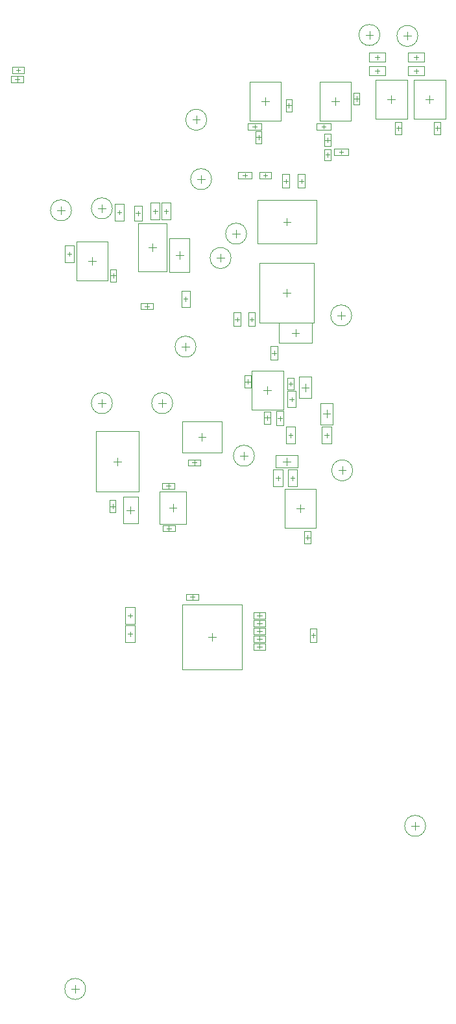
<source format=gbr>
%TF.GenerationSoftware,Altium Limited,Altium Designer,19.1.6 (110)*%
G04 Layer_Color=32768*
%FSLAX26Y26*%
%MOIN*%
%TF.FileFunction,Other,M15-Bottom_Assembly*%
%TF.Part,Single*%
G01*
G75*
%TA.AperFunction,NonConductor*%
%ADD78C,0.003937*%
%ADD97C,0.001968*%
D78*
X1817000Y2007173D02*
Y2028827D01*
X1806173Y2018000D02*
X1827827D01*
X1755000Y4339173D02*
Y4360827D01*
X1744173Y4350000D02*
X1765827D01*
X1675000Y4339173D02*
Y4360827D01*
X1664173Y4350000D02*
X1685827D01*
X1500000Y3629173D02*
Y3650827D01*
X1489173Y3640000D02*
X1510827D01*
X1425000Y3629173D02*
Y3650827D01*
X1414173Y3640000D02*
X1435827D01*
X1859173Y4630000D02*
X1880827D01*
X1870000Y4619173D02*
Y4640827D01*
X1949173Y4500000D02*
X1970827D01*
X1960000Y4489173D02*
Y4510827D01*
X1504173Y4630000D02*
X1525827D01*
X1515000Y4619173D02*
Y4640827D01*
X1454173Y4380000D02*
X1475827D01*
X1465000Y4369173D02*
Y4390827D01*
X1615551Y3457008D02*
Y3478661D01*
X1604724Y3467835D02*
X1626378D01*
X1705000Y3219173D02*
Y3240827D01*
X1694173Y3230000D02*
X1715827D01*
X1149173Y3745000D02*
X1170827D01*
X1160000Y3734173D02*
Y3755827D01*
X1890000Y4474173D02*
Y4495827D01*
X1879173Y4485000D02*
X1900827D01*
X1559173Y4380000D02*
X1580827D01*
X1570000Y4369173D02*
Y4390827D01*
X1700000Y3299173D02*
Y3320827D01*
X1689173Y3310000D02*
X1710827D01*
X289173Y4920000D02*
X310827D01*
X300000Y4909173D02*
Y4930827D01*
X573315Y203000D02*
X612685D01*
X593000Y183315D02*
Y222685D01*
X573315Y203000D02*
X612685D01*
X593000Y183315D02*
Y222685D01*
X1296653Y1989567D02*
Y2028937D01*
X1276968Y2009252D02*
X1316339D01*
X2300000Y5075315D02*
Y5114685D01*
X2280315Y5095000D02*
X2319685D01*
X2300000Y5075315D02*
Y5114685D01*
X2280315Y5095000D02*
X2319685D01*
X858314Y2661000D02*
X897684D01*
X878000Y2641316D02*
Y2680686D01*
X1910316Y4760000D02*
X1949686D01*
X1930000Y4740316D02*
Y4779686D01*
X2394844Y4769646D02*
X2434214D01*
X2414528Y4749960D02*
Y4789330D01*
X1661772Y4140984D02*
X1701142D01*
X1681458Y4121300D02*
Y4160670D01*
X1680000Y2890316D02*
Y2929686D01*
X1660316Y2910000D02*
X1699686D01*
X1865316Y3155000D02*
X1904686D01*
X1885000Y3135316D02*
Y3174686D01*
X1725000Y3551315D02*
Y3590685D01*
X1705315Y3571000D02*
X1744685D01*
X1755314Y3290000D02*
X1794685D01*
X1775001Y3270316D02*
Y3309686D01*
X1225000Y3037024D02*
X1264370D01*
X1244686Y3017338D02*
Y3056708D01*
X1660316Y3775000D02*
X1699686D01*
X1680000Y3755316D02*
Y3794686D01*
X1550316Y4760000D02*
X1589686D01*
X1570000Y4740316D02*
Y4779686D01*
X1581290Y3257126D02*
Y3296496D01*
X1561604Y3276812D02*
X1600976D01*
X809000Y2890850D02*
Y2930220D01*
X789316Y2910536D02*
X828686D01*
X2197992Y4769646D02*
X2237362D01*
X2217678Y4749960D02*
Y4789330D01*
X1750000Y2650316D02*
Y2689686D01*
X1730316Y2670000D02*
X1769686D01*
X989174Y3990316D02*
Y4029686D01*
X969488Y4010000D02*
X1008858D01*
X1109488Y3970000D02*
X1148858D01*
X1129174Y3950316D02*
Y3989686D01*
X679174Y3920316D02*
Y3959686D01*
X659488Y3940000D02*
X698858D01*
X1095194Y2654000D02*
Y2693370D01*
X1075510Y2673686D02*
X1114880D01*
X2320315Y1040000D02*
X2359685D01*
X2340000Y1020315D02*
Y1059685D01*
X2320315Y1040000D02*
X2359685D01*
X2340000Y1020315D02*
Y1059685D01*
X1220315Y4360000D02*
X1259685D01*
X1240000Y4340315D02*
Y4379685D01*
X1220315Y4360000D02*
X1259685D01*
X1240000Y4340315D02*
Y4379685D01*
X500315Y4200000D02*
X539685D01*
X520000Y4180315D02*
Y4219685D01*
X500315Y4200000D02*
X539685D01*
X520000Y4180315D02*
Y4219685D01*
X710315Y4210000D02*
X749685D01*
X730000Y4190315D02*
Y4229685D01*
X710315Y4210000D02*
X749685D01*
X730000Y4190315D02*
Y4229685D01*
X1195315Y4665000D02*
X1234685D01*
X1215000Y4645315D02*
Y4684685D01*
X1195315Y4665000D02*
X1234685D01*
X1215000Y4645315D02*
Y4684685D01*
X1320315Y3955000D02*
X1359685D01*
X1340000Y3935315D02*
Y3974685D01*
X1320315Y3955000D02*
X1359685D01*
X1340000Y3935315D02*
Y3974685D01*
X1940315Y3660000D02*
X1979685D01*
X1960000Y3640315D02*
Y3679685D01*
X1940315Y3660000D02*
X1979685D01*
X1960000Y3640315D02*
Y3679685D01*
X1140315Y3500000D02*
X1179685D01*
X1160000Y3480315D02*
Y3519685D01*
X1140315Y3500000D02*
X1179685D01*
X1160000Y3480315D02*
Y3519685D01*
X1460000Y2920315D02*
Y2959685D01*
X1440315Y2940000D02*
X1479685D01*
X1460000Y2920315D02*
Y2959685D01*
X1440315Y2940000D02*
X1479685D01*
X1965000Y2845315D02*
Y2884685D01*
X1945315Y2865000D02*
X1984685D01*
X1965000Y2845315D02*
Y2884685D01*
X1945315Y2865000D02*
X1984685D01*
X730000Y3190315D02*
Y3229685D01*
X710315Y3210000D02*
X749685D01*
X730000Y3190315D02*
Y3229685D01*
X710315Y3210000D02*
X749685D01*
X1040000Y3190315D02*
Y3229685D01*
X1020315Y3210000D02*
X1059685D01*
X1040000Y3190315D02*
Y3229685D01*
X1020315Y3210000D02*
X1059685D01*
X1420000Y4060315D02*
Y4099685D01*
X1400315Y4080000D02*
X1439685D01*
X1420000Y4060315D02*
Y4099685D01*
X1400315Y4080000D02*
X1439685D01*
X2105000Y5080315D02*
Y5119685D01*
X2085315Y5100000D02*
X2124685D01*
X2105000Y5080315D02*
Y5119685D01*
X2085315Y5100000D02*
X2124685D01*
D97*
X646937Y203000D02*
G03*
X646937Y203000I-53937J0D01*
G01*
X2353937Y5095000D02*
G03*
X2353937Y5095000I-53937J0D01*
G01*
X2393937Y1040000D02*
G03*
X2393937Y1040000I-53937J0D01*
G01*
X1293937Y4360000D02*
G03*
X1293937Y4360000I-53937J0D01*
G01*
X573937Y4200000D02*
G03*
X573937Y4200000I-53937J0D01*
G01*
X783937Y4210000D02*
G03*
X783937Y4210000I-53937J0D01*
G01*
X1268937Y4665000D02*
G03*
X1268937Y4665000I-53937J0D01*
G01*
X1393937Y3955000D02*
G03*
X1393937Y3955000I-53937J0D01*
G01*
X2013937Y3660000D02*
G03*
X2013937Y3660000I-53937J0D01*
G01*
X1213937Y3500000D02*
G03*
X1213937Y3500000I-53937J0D01*
G01*
X1513937Y2940000D02*
G03*
X1513937Y2940000I-53937J0D01*
G01*
X2018937Y2865000D02*
G03*
X2018937Y2865000I-53937J0D01*
G01*
X783937Y3210000D02*
G03*
X783937Y3210000I-53937J0D01*
G01*
X1093937D02*
G03*
X1093937Y3210000I-53937J0D01*
G01*
X1473937Y4080000D02*
G03*
X1473937Y4080000I-53937J0D01*
G01*
X2158937Y5100000D02*
G03*
X2158937Y5100000I-53937J0D01*
G01*
X1799284Y2053433D02*
X1834717D01*
X1799284Y1982567D02*
X1834717D01*
Y2053433D01*
X1799284Y1982567D02*
Y2053433D01*
X1737283Y4314567D02*
X1772716D01*
X1737283Y4385433D02*
X1772716D01*
X1737283Y4314567D02*
Y4385433D01*
X1772716Y4314567D02*
Y4385433D01*
X1657283Y4314567D02*
X1692716D01*
X1657283Y4385433D02*
X1692716D01*
X1657283Y4314567D02*
Y4385433D01*
X1692716Y4314567D02*
Y4385433D01*
X1482284Y3675433D02*
X1517717D01*
X1482284Y3604567D02*
X1517717D01*
Y3675433D01*
X1482284Y3604567D02*
Y3675433D01*
X1407284D02*
X1442717D01*
X1407284Y3604567D02*
X1442717D01*
Y3675433D01*
X1407284Y3604567D02*
Y3675433D01*
X1834567Y4612283D02*
Y4647717D01*
X1905433Y4612283D02*
Y4647717D01*
X1834567D02*
X1905433D01*
X1834567Y4612283D02*
X1905433D01*
X1995433Y4482283D02*
Y4517717D01*
X1924567Y4482283D02*
Y4517717D01*
Y4482283D02*
X1995433D01*
X1924567Y4517717D02*
X1995433D01*
X1479567Y4612283D02*
Y4647717D01*
X1550433Y4612283D02*
Y4647717D01*
X1479567D02*
X1550433D01*
X1479567Y4612283D02*
X1550433D01*
X1500433Y4362283D02*
Y4397717D01*
X1429567Y4362283D02*
Y4397717D01*
Y4362283D02*
X1500433D01*
X1429567Y4397717D02*
X1500433D01*
X1597835Y3503268D02*
X1633268D01*
X1597835Y3432401D02*
X1633268D01*
Y3503268D01*
X1597835Y3432401D02*
Y3503268D01*
X1683347Y3271338D02*
X1726654D01*
X1683347Y3188661D02*
X1726654D01*
Y3271338D01*
X1683347Y3188661D02*
Y3271338D01*
X1181653Y3703662D02*
Y3786339D01*
X1138346Y3703662D02*
Y3786339D01*
X1181653D01*
X1138346Y3703662D02*
X1181653D01*
X1874252Y4514528D02*
X1905748D01*
X1874252Y4455472D02*
X1905748D01*
Y4514528D01*
X1874252Y4455472D02*
Y4514528D01*
X1599527Y4364252D02*
Y4395748D01*
X1540472Y4364252D02*
Y4395748D01*
Y4364252D02*
X1599527D01*
X1540472Y4395748D02*
X1599527D01*
X1684252Y3339528D02*
X1715748D01*
X1684252Y3280472D02*
X1715748D01*
Y3339528D01*
X1684252Y3280472D02*
Y3339528D01*
X1625315Y3094599D02*
X1664685D01*
X1625315Y3169402D02*
X1664685D01*
X1625315Y3094599D02*
Y3169402D01*
X1664685Y3094599D02*
Y3169402D01*
X1645000Y3121173D02*
Y3142827D01*
X1634173Y3132000D02*
X1655827D01*
X2145000Y4904173D02*
Y4925827D01*
X2134173Y4915000D02*
X2155827D01*
X2101693Y4891378D02*
X2188307D01*
X2101693Y4938622D02*
X2188307D01*
Y4891378D02*
Y4938622D01*
X2101693Y4891378D02*
Y4938622D01*
X2145000Y4974173D02*
Y4995827D01*
X2134173Y4985000D02*
X2155827D01*
X2101693Y5008622D02*
X2188307D01*
X2101693Y4961378D02*
X2188307D01*
X2101693D02*
Y5008622D01*
X2188307Y4961378D02*
Y5008622D01*
X2345000Y4904173D02*
Y4925827D01*
X2334173Y4915000D02*
X2355827D01*
X2301693Y4891378D02*
X2388307D01*
X2301693Y4938622D02*
X2388307D01*
Y4891378D02*
Y4938622D01*
X2301693Y4891378D02*
Y4938622D01*
X2345000Y4974173D02*
Y4995827D01*
X2334173Y4985000D02*
X2355827D01*
X2301693Y5008622D02*
X2388307D01*
X2301693Y4961378D02*
X2388307D01*
X2301693D02*
Y5008622D01*
X2388307Y4961378D02*
Y5008622D01*
X329527Y4904252D02*
Y4935748D01*
X270472Y4904252D02*
Y4935748D01*
Y4904252D02*
X329527D01*
X270472Y4935748D02*
X329527D01*
X895866Y4147599D02*
X935236D01*
X895866Y4222402D02*
X935236D01*
X895866Y4147599D02*
Y4222402D01*
X935236Y4147599D02*
Y4222402D01*
X915551Y4174173D02*
Y4195827D01*
X904724Y4185000D02*
X926378D01*
X1874252Y4591496D02*
X1905748D01*
X1874252Y4528504D02*
X1905748D01*
Y4591496D01*
X1874252Y4528504D02*
Y4591496D01*
X1890000Y4548189D02*
Y4571811D01*
X1878189Y4560000D02*
X1901811D01*
X1519252Y4606496D02*
X1550748D01*
X1519252Y4543504D02*
X1550748D01*
Y4606496D01*
X1519252Y4543504D02*
Y4606496D01*
X1535000Y4563189D02*
Y4586811D01*
X1523189Y4575000D02*
X1546811D01*
X769252Y2711496D02*
X800748D01*
X769252Y2648504D02*
X800748D01*
Y2711496D01*
X769252Y2648504D02*
Y2711496D01*
X785000Y2668189D02*
Y2691811D01*
X773189Y2680000D02*
X796811D01*
X1173504Y2889252D02*
Y2920748D01*
X1236496Y2889252D02*
Y2920748D01*
X1173504D02*
X1236496D01*
X1173504Y2889252D02*
X1236496D01*
X1193189Y2905000D02*
X1216811D01*
X1205000Y2893189D02*
Y2916811D01*
X1771252Y2488504D02*
X1802748D01*
X1771252Y2551496D02*
X1802748D01*
X1771252Y2488504D02*
Y2551496D01*
X1802748Y2488504D02*
Y2551496D01*
X1787000Y2508189D02*
Y2531811D01*
X1775189Y2520000D02*
X1798811D01*
X2023252Y4804496D02*
X2054748D01*
X2023252Y4741504D02*
X2054748D01*
Y4804496D01*
X2023252Y4741504D02*
Y4804496D01*
X2039000Y4761189D02*
Y4784811D01*
X2027189Y4773000D02*
X2050811D01*
X2438252Y4590504D02*
X2469748D01*
X2438252Y4653496D02*
X2469748D01*
X2438252Y4590504D02*
Y4653496D01*
X2469748Y4590504D02*
Y4653496D01*
X2454000Y4610189D02*
Y4633811D01*
X2442189Y4622000D02*
X2465811D01*
X2238252Y4590504D02*
X2269748D01*
X2238252Y4653496D02*
X2269748D01*
X2238252Y4590504D02*
Y4653496D01*
X2269748Y4590504D02*
Y4653496D01*
X2254000Y4610189D02*
Y4633811D01*
X2242189Y4622000D02*
X2265811D01*
X1675252Y4707504D02*
X1706748D01*
X1675252Y4770496D02*
X1706748D01*
X1675252Y4707504D02*
Y4770496D01*
X1706748Y4707504D02*
Y4770496D01*
X1691000Y4727189D02*
Y4750811D01*
X1679189Y4739000D02*
X1702811D01*
X1564252Y3103504D02*
X1595748D01*
X1564252Y3166496D02*
X1595748D01*
X1564252Y3103504D02*
Y3166496D01*
X1595748Y3103504D02*
Y3166496D01*
X1580000Y3123189D02*
Y3146811D01*
X1568189Y3135000D02*
X1591811D01*
X1464252Y3288504D02*
X1495748D01*
X1464252Y3351496D02*
X1495748D01*
X1464252Y3288504D02*
Y3351496D01*
X1495748Y3288504D02*
Y3351496D01*
X1480000Y3308189D02*
Y3331811D01*
X1468189Y3320000D02*
X1491811D01*
X1143110Y1843898D02*
X1450197D01*
X1143110Y2174606D02*
X1450197D01*
Y1843898D02*
Y2174606D01*
X1143110Y1843898D02*
Y2174606D01*
X864173Y2120000D02*
X885827D01*
X875000Y2109173D02*
Y2130827D01*
X898622Y2076693D02*
Y2163307D01*
X851378Y2076693D02*
Y2163307D01*
X898622D01*
X851378Y2076693D02*
X898622D01*
X1571496Y1944252D02*
Y1975748D01*
X1508504Y1944252D02*
Y1975748D01*
Y1944252D02*
X1571496D01*
X1508504Y1975748D02*
X1571496D01*
X1528189Y1960000D02*
X1551811D01*
X1540000Y1948189D02*
Y1971811D01*
X864173Y2025000D02*
X885827D01*
X875000Y2014173D02*
Y2035827D01*
X898622Y1981693D02*
Y2068307D01*
X851378Y1981693D02*
Y2068307D01*
X898622D01*
X851378Y1981693D02*
X898622D01*
X1571496Y1984252D02*
Y2015748D01*
X1508504Y1984252D02*
Y2015748D01*
Y1984252D02*
X1571496D01*
X1508504Y2015748D02*
X1571496D01*
X1528189Y2000000D02*
X1551811D01*
X1540000Y1988189D02*
Y2011811D01*
X1226496Y2199252D02*
Y2230748D01*
X1163504Y2199252D02*
Y2230748D01*
Y2199252D02*
X1226496D01*
X1163504Y2230748D02*
X1226496D01*
X1183189Y2215000D02*
X1206811D01*
X1195000Y2203189D02*
Y2226811D01*
X1571496Y2104252D02*
Y2135748D01*
X1508504Y2104252D02*
Y2135748D01*
Y2104252D02*
X1571496D01*
X1508504Y2135748D02*
X1571496D01*
X1528189Y2120000D02*
X1551811D01*
X1540000Y2108189D02*
Y2131811D01*
X1571496Y2064252D02*
Y2095748D01*
X1508504Y2064252D02*
Y2095748D01*
Y2064252D02*
X1571496D01*
X1508504Y2095748D02*
X1571496D01*
X1528189Y2080000D02*
X1551811D01*
X1540000Y2068189D02*
Y2091811D01*
X1571496Y2024252D02*
Y2055748D01*
X1508504Y2024252D02*
Y2055748D01*
Y2024252D02*
X1571496D01*
X1508504Y2055748D02*
X1571496D01*
X1528189Y2040000D02*
X1551811D01*
X1540000Y2028189D02*
Y2051811D01*
X917370Y2592102D02*
Y2729898D01*
X838630Y2592102D02*
Y2729898D01*
X917370D01*
X838630Y2592102D02*
X917370D01*
X1849292Y4659606D02*
Y4860394D01*
X2010710Y4659606D02*
Y4860394D01*
X1849292Y4659606D02*
X2010710D01*
X1849292Y4860394D02*
X2010710D01*
X2333820Y4669252D02*
Y4870040D01*
X2495236Y4669252D02*
Y4870040D01*
X2333820Y4669252D02*
X2495236D01*
X2333820Y4870040D02*
X2495236D01*
X1832048Y4030748D02*
Y4251220D01*
X1530866Y4030748D02*
Y4251220D01*
Y4030748D02*
X1832048D01*
X1530866Y4251220D02*
X1832048D01*
X1624882Y2878504D02*
X1735118D01*
X1624882Y2941496D02*
X1735118D01*
Y2878504D02*
Y2941496D01*
X1624882Y2878504D02*
Y2941496D01*
X1853504Y3099882D02*
Y3210118D01*
X1916496Y3099882D02*
Y3210118D01*
X1853504Y3099882D02*
X1916496D01*
X1853504Y3210118D02*
X1916496D01*
X1638386Y3622181D02*
X1811614D01*
X1638386Y3519819D02*
X1811614D01*
X1638386D02*
Y3622181D01*
X1811614Y3519819D02*
Y3622181D01*
X1743505Y3234882D02*
Y3345118D01*
X1806496Y3234882D02*
Y3345118D01*
X1743505Y3234882D02*
X1806496D01*
X1743505Y3345118D02*
X1806496D01*
X1048346Y4195000D02*
X1070000D01*
X1059174Y4184174D02*
Y4205826D01*
X1035552Y4151694D02*
Y4238308D01*
X1082796Y4151694D02*
Y4238308D01*
X1035552Y4151694D02*
X1082796D01*
X1035552Y4238308D02*
X1082796D01*
X993346Y4195000D02*
X1015000D01*
X1004174Y4184174D02*
Y4205826D01*
X1027796Y4151694D02*
Y4238308D01*
X980552Y4151694D02*
Y4238308D01*
X1027796D01*
X980552Y4151694D02*
X1027796D01*
X1676378Y3001693D02*
X1723622D01*
X1676378Y3088307D02*
X1723622D01*
X1676378Y3001693D02*
Y3088307D01*
X1723622Y3001693D02*
Y3088307D01*
X1700000Y3034173D02*
Y3055827D01*
X1689173Y3045000D02*
X1710827D01*
X1686378Y2781693D02*
X1733622D01*
X1686378Y2868307D02*
X1733622D01*
X1686378Y2781693D02*
Y2868307D01*
X1733622Y2781693D02*
Y2868307D01*
X1710000Y2814173D02*
Y2835827D01*
X1699173Y2825000D02*
X1720827D01*
X1611378Y2868307D02*
X1658622D01*
X1611378Y2781693D02*
X1658622D01*
Y2868307D01*
X1611378Y2781693D02*
Y2868307D01*
X1635000Y2814173D02*
Y2835827D01*
X1624173Y2825000D02*
X1645827D01*
X1345080Y2956316D02*
Y3117732D01*
X1144292Y2956316D02*
Y3117732D01*
Y2956316D02*
X1345080D01*
X1144292Y3117732D02*
X1345080D01*
X1540236Y3621456D02*
Y3928544D01*
X1819764Y3621456D02*
Y3928544D01*
X1540236Y3621456D02*
X1819764D01*
X1540236Y3928544D02*
X1819764D01*
X1489292Y4659606D02*
Y4860394D01*
X1650710Y4659606D02*
Y4860394D01*
X1489292Y4659606D02*
X1650710D01*
X1489292Y4860394D02*
X1650710D01*
X1500582Y3176418D02*
X1661998D01*
X1500582Y3377204D02*
X1661998D01*
X1500582Y3176418D02*
Y3377204D01*
X1661998Y3176418D02*
Y3377204D01*
X698764Y2755024D02*
X919236D01*
X698764Y3066048D02*
X919236D01*
X698764Y2755024D02*
Y3066048D01*
X919236Y2755024D02*
Y3066048D01*
X2136970Y4669252D02*
Y4870040D01*
X2298386Y4669252D02*
Y4870040D01*
X2136970Y4669252D02*
X2298386D01*
X2136970Y4870040D02*
X2298386D01*
X1669292Y2770394D02*
X1830710D01*
X1669292Y2569606D02*
X1830710D01*
Y2770394D01*
X1669292Y2569606D02*
Y2770394D01*
X916338Y4134016D02*
X1062008D01*
X916338Y3885984D02*
X1062008D01*
Y4134016D01*
X916338Y3885984D02*
Y4134016D01*
X1861378Y3088307D02*
X1908622D01*
X1861378Y3001693D02*
X1908622D01*
Y3088307D01*
X1861378Y3001693D02*
Y3088307D01*
X1885000Y3034173D02*
Y3055827D01*
X1874173Y3045000D02*
X1895827D01*
X1180354Y3883386D02*
Y4056614D01*
X1077992Y3883386D02*
Y4056614D01*
X1180354D01*
X1077992Y3883386D02*
X1180354D01*
X963000Y3695189D02*
Y3718811D01*
X951189Y3707000D02*
X974811D01*
X931504Y3691252D02*
X994496D01*
X931504Y3722748D02*
X994496D01*
Y3691252D02*
Y3722748D01*
X931504Y3691252D02*
Y3722748D01*
X295000Y4861190D02*
Y4884812D01*
X283190Y4873000D02*
X306812D01*
X263504Y4888748D02*
X326496D01*
X263504Y4857252D02*
X326496D01*
X263504D02*
Y4888748D01*
X326496Y4857252D02*
Y4888748D01*
X598466Y4040394D02*
X759882D01*
X598466Y3839606D02*
X759882D01*
Y4040394D01*
X598466Y3839606D02*
Y4040394D01*
X1073000Y2773324D02*
Y2796946D01*
X1061190Y2785134D02*
X1084812D01*
X1041504Y2800882D02*
X1104496D01*
X1041504Y2769386D02*
X1104496D01*
X1041504D02*
Y2800882D01*
X1104496Y2769386D02*
Y2800882D01*
X1074000Y2555324D02*
Y2578946D01*
X1062190Y2567134D02*
X1085812D01*
X1042504Y2551386D02*
X1105496D01*
X1042504Y2582882D02*
X1105496D01*
Y2551386D02*
Y2582882D01*
X1042504Y2551386D02*
Y2582882D01*
X1026296Y2591008D02*
X1164092D01*
X1026296Y2756362D02*
X1164092D01*
X1026296Y2591008D02*
Y2756362D01*
X1164092Y2591008D02*
Y2756362D01*
X777189Y3865000D02*
X800811D01*
X789000Y3853189D02*
Y3876811D01*
X804748Y3833504D02*
Y3896496D01*
X773252Y3833504D02*
Y3896496D01*
X804748D01*
X773252Y3833504D02*
X804748D01*
X539378Y3932693D02*
X586622D01*
X539378Y4019307D02*
X586622D01*
X539378Y3932693D02*
Y4019307D01*
X586622Y3932693D02*
Y4019307D01*
X563000Y3965173D02*
Y3986827D01*
X552173Y3976000D02*
X573827D01*
X795552Y4146499D02*
X842796D01*
X795552Y4233113D02*
X842796D01*
X795552Y4146499D02*
Y4233113D01*
X842796Y4146499D02*
Y4233113D01*
X819174Y4178979D02*
Y4200633D01*
X808347Y4189806D02*
X830000D01*
%TF.MD5,e6fb8c76654fd61ba2a2068f390eb924*%
M02*

</source>
